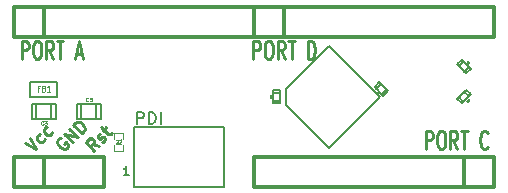
<source format=gto>
G04 (created by PCBNEW (2013-june-11)-stable) date Sun 26 Jan 2014 09:58:45 PM PST*
%MOIN*%
G04 Gerber Fmt 3.4, Leading zero omitted, Abs format*
%FSLAX34Y34*%
G01*
G70*
G90*
G04 APERTURE LIST*
%ADD10C,0.00590551*%
%ADD11C,0.0075*%
%ADD12C,0.01*%
%ADD13C,0.005*%
%ADD14C,0.0028*%
%ADD15C,0.012*%
%ADD16C,0.006*%
%ADD17C,0.008*%
%ADD18C,0.0045*%
%ADD19C,0.0024*%
%ADD20C,0.0012*%
G04 APERTURE END LIST*
G54D10*
G54D11*
X97835Y-49121D02*
X97664Y-49121D01*
X97750Y-49121D02*
X97750Y-48821D01*
X97721Y-48864D01*
X97692Y-48892D01*
X97664Y-48907D01*
G54D12*
X96843Y-48135D02*
X96614Y-48095D01*
X96681Y-48297D02*
X96398Y-48014D01*
X96506Y-47906D01*
X96547Y-47893D01*
X96574Y-47893D01*
X96614Y-47906D01*
X96654Y-47946D01*
X96668Y-47987D01*
X96668Y-48014D01*
X96654Y-48054D01*
X96547Y-48162D01*
X96937Y-48014D02*
X96978Y-48000D01*
X97032Y-47946D01*
X97045Y-47906D01*
X97032Y-47866D01*
X97018Y-47852D01*
X96978Y-47839D01*
X96937Y-47852D01*
X96897Y-47893D01*
X96856Y-47906D01*
X96816Y-47893D01*
X96803Y-47879D01*
X96789Y-47839D01*
X96803Y-47798D01*
X96843Y-47758D01*
X96883Y-47744D01*
X96964Y-47637D02*
X97072Y-47529D01*
X96910Y-47502D02*
X97153Y-47744D01*
X97193Y-47758D01*
X97234Y-47744D01*
X97260Y-47717D01*
X95560Y-47879D02*
X95520Y-47893D01*
X95479Y-47933D01*
X95452Y-47987D01*
X95452Y-48041D01*
X95466Y-48081D01*
X95506Y-48148D01*
X95547Y-48189D01*
X95614Y-48229D01*
X95654Y-48243D01*
X95708Y-48243D01*
X95762Y-48216D01*
X95789Y-48189D01*
X95816Y-48135D01*
X95816Y-48108D01*
X95722Y-48014D01*
X95668Y-48068D01*
X95964Y-48014D02*
X95681Y-47731D01*
X96126Y-47852D01*
X95843Y-47569D01*
X96260Y-47717D02*
X95978Y-47435D01*
X96045Y-47367D01*
X96099Y-47340D01*
X96153Y-47340D01*
X96193Y-47354D01*
X96260Y-47394D01*
X96301Y-47435D01*
X96341Y-47502D01*
X96355Y-47542D01*
X96355Y-47596D01*
X96328Y-47650D01*
X96260Y-47717D01*
X94358Y-48054D02*
X94735Y-48243D01*
X94547Y-47866D01*
X95032Y-47920D02*
X95018Y-47960D01*
X94964Y-48014D01*
X94924Y-48027D01*
X94897Y-48027D01*
X94856Y-48014D01*
X94776Y-47933D01*
X94762Y-47893D01*
X94762Y-47866D01*
X94776Y-47825D01*
X94829Y-47771D01*
X94870Y-47758D01*
X95274Y-47677D02*
X95260Y-47717D01*
X95207Y-47771D01*
X95166Y-47785D01*
X95139Y-47785D01*
X95099Y-47771D01*
X95018Y-47691D01*
X95005Y-47650D01*
X95005Y-47623D01*
X95018Y-47583D01*
X95072Y-47529D01*
X95112Y-47515D01*
G54D13*
X94550Y-46000D02*
X95450Y-46000D01*
X95450Y-46000D02*
X95450Y-46500D01*
X95450Y-46500D02*
X94550Y-46500D01*
X94550Y-46500D02*
X94550Y-46000D01*
G54D14*
X97350Y-48100D02*
X97350Y-48300D01*
X97350Y-48300D02*
X97650Y-48300D01*
X97650Y-48300D02*
X97650Y-48100D01*
X97350Y-47900D02*
X97350Y-47700D01*
X97350Y-47700D02*
X97650Y-47700D01*
X97650Y-47700D02*
X97650Y-47900D01*
G54D15*
X110000Y-49500D02*
X102000Y-49500D01*
X102000Y-49500D02*
X102000Y-48500D01*
X102000Y-48500D02*
X110000Y-48500D01*
X110000Y-48500D02*
X110000Y-49500D01*
X109000Y-48500D02*
X109000Y-49500D01*
X94000Y-43500D02*
X102000Y-43500D01*
X102000Y-43500D02*
X102000Y-44500D01*
X102000Y-44500D02*
X94000Y-44500D01*
X94000Y-44500D02*
X94000Y-43500D01*
X95000Y-44500D02*
X95000Y-43500D01*
X102000Y-43500D02*
X110000Y-43500D01*
X110000Y-43500D02*
X110000Y-44500D01*
X110000Y-44500D02*
X102000Y-44500D01*
X102000Y-44500D02*
X102000Y-43500D01*
X103000Y-44500D02*
X103000Y-43500D01*
X94000Y-49500D02*
X94000Y-48500D01*
X94000Y-48500D02*
X97000Y-48500D01*
X97000Y-48500D02*
X97000Y-49500D01*
X97000Y-49500D02*
X94000Y-49500D01*
X95000Y-48500D02*
X95000Y-49500D01*
G54D16*
X103068Y-46234D02*
X104234Y-45068D01*
X104234Y-45068D02*
X104500Y-44802D01*
X104500Y-44802D02*
X106197Y-46500D01*
X106197Y-46500D02*
X104500Y-48197D01*
X104500Y-48197D02*
X103068Y-46765D01*
X103068Y-46765D02*
X103068Y-46234D01*
G54D17*
X101000Y-49500D02*
X98000Y-49500D01*
X98000Y-47500D02*
X101000Y-47500D01*
X101000Y-47500D02*
X101000Y-49500D01*
X98000Y-49500D02*
X98000Y-47500D01*
G54D13*
X94750Y-47250D02*
X94750Y-46750D01*
X95250Y-47250D02*
X95250Y-46760D01*
X95400Y-47250D02*
X94600Y-47250D01*
X94600Y-47250D02*
X94600Y-46750D01*
X94600Y-46750D02*
X95400Y-46750D01*
X95400Y-46750D02*
X95400Y-47250D01*
X96750Y-46750D02*
X96750Y-47250D01*
X96250Y-46750D02*
X96250Y-47240D01*
X96100Y-46750D02*
X96900Y-46750D01*
X96900Y-46750D02*
X96900Y-47250D01*
X96900Y-47250D02*
X96100Y-47250D01*
X96100Y-47250D02*
X96100Y-46750D01*
X109169Y-45514D02*
X109014Y-45669D01*
X108985Y-45330D02*
X108830Y-45485D01*
X108929Y-45273D02*
X108773Y-45429D01*
X108773Y-45429D02*
X109070Y-45726D01*
X109070Y-45726D02*
X109226Y-45570D01*
X109226Y-45570D02*
X108929Y-45273D01*
X108985Y-46669D02*
X108830Y-46514D01*
X109169Y-46485D02*
X109014Y-46330D01*
X109226Y-46429D02*
X109070Y-46273D01*
X109070Y-46273D02*
X108773Y-46570D01*
X108773Y-46570D02*
X108929Y-46726D01*
X108929Y-46726D02*
X109226Y-46429D01*
X106080Y-46235D02*
X106235Y-46080D01*
X106264Y-46419D02*
X106419Y-46264D01*
X106320Y-46476D02*
X106476Y-46320D01*
X106476Y-46320D02*
X106179Y-46023D01*
X106179Y-46023D02*
X106023Y-46179D01*
X106023Y-46179D02*
X106320Y-46476D01*
X102640Y-46370D02*
X102860Y-46370D01*
X102640Y-46630D02*
X102860Y-46630D01*
X102640Y-46710D02*
X102860Y-46710D01*
X102860Y-46710D02*
X102860Y-46290D01*
X102860Y-46290D02*
X102640Y-46290D01*
X102640Y-46290D02*
X102640Y-46710D01*
G54D18*
X94850Y-46226D02*
X94790Y-46226D01*
X94790Y-46330D02*
X94790Y-46130D01*
X94875Y-46130D01*
X95004Y-46226D02*
X95030Y-46235D01*
X95038Y-46245D01*
X95047Y-46264D01*
X95047Y-46292D01*
X95038Y-46311D01*
X95030Y-46321D01*
X95012Y-46330D01*
X94944Y-46330D01*
X94944Y-46130D01*
X95004Y-46130D01*
X95021Y-46140D01*
X95030Y-46150D01*
X95038Y-46169D01*
X95038Y-46188D01*
X95030Y-46207D01*
X95021Y-46216D01*
X95004Y-46226D01*
X94944Y-46226D01*
X95218Y-46330D02*
X95115Y-46330D01*
X95167Y-46330D02*
X95167Y-46130D01*
X95150Y-46159D01*
X95132Y-46178D01*
X95115Y-46188D01*
G54D14*
X97555Y-48020D02*
X97490Y-48060D01*
X97555Y-48088D02*
X97417Y-48088D01*
X97417Y-48042D01*
X97424Y-48031D01*
X97431Y-48025D01*
X97444Y-48020D01*
X97463Y-48020D01*
X97477Y-48025D01*
X97483Y-48031D01*
X97490Y-48042D01*
X97490Y-48088D01*
X97555Y-47905D02*
X97555Y-47974D01*
X97555Y-47940D02*
X97417Y-47940D01*
X97437Y-47951D01*
X97450Y-47962D01*
X97457Y-47974D01*
G54D12*
X107730Y-48242D02*
X107730Y-47642D01*
X107883Y-47642D01*
X107921Y-47671D01*
X107940Y-47700D01*
X107959Y-47757D01*
X107959Y-47842D01*
X107940Y-47900D01*
X107921Y-47928D01*
X107883Y-47957D01*
X107730Y-47957D01*
X108207Y-47642D02*
X108283Y-47642D01*
X108321Y-47671D01*
X108359Y-47728D01*
X108378Y-47842D01*
X108378Y-48042D01*
X108359Y-48157D01*
X108321Y-48214D01*
X108283Y-48242D01*
X108207Y-48242D01*
X108169Y-48214D01*
X108130Y-48157D01*
X108111Y-48042D01*
X108111Y-47842D01*
X108130Y-47728D01*
X108169Y-47671D01*
X108207Y-47642D01*
X108778Y-48242D02*
X108645Y-47957D01*
X108550Y-48242D02*
X108550Y-47642D01*
X108702Y-47642D01*
X108740Y-47671D01*
X108759Y-47700D01*
X108778Y-47757D01*
X108778Y-47842D01*
X108759Y-47900D01*
X108740Y-47928D01*
X108702Y-47957D01*
X108550Y-47957D01*
X108892Y-47642D02*
X109121Y-47642D01*
X109007Y-48242D02*
X109007Y-47642D01*
X109788Y-48185D02*
X109769Y-48214D01*
X109711Y-48242D01*
X109673Y-48242D01*
X109616Y-48214D01*
X109578Y-48157D01*
X109559Y-48100D01*
X109540Y-47985D01*
X109540Y-47900D01*
X109559Y-47785D01*
X109578Y-47728D01*
X109616Y-47671D01*
X109673Y-47642D01*
X109711Y-47642D01*
X109769Y-47671D01*
X109788Y-47700D01*
G54D15*
G54D12*
X94259Y-45242D02*
X94259Y-44642D01*
X94411Y-44642D01*
X94450Y-44671D01*
X94469Y-44700D01*
X94488Y-44757D01*
X94488Y-44842D01*
X94469Y-44900D01*
X94450Y-44928D01*
X94411Y-44957D01*
X94259Y-44957D01*
X94735Y-44642D02*
X94811Y-44642D01*
X94850Y-44671D01*
X94888Y-44728D01*
X94907Y-44842D01*
X94907Y-45042D01*
X94888Y-45157D01*
X94850Y-45214D01*
X94811Y-45242D01*
X94735Y-45242D01*
X94697Y-45214D01*
X94659Y-45157D01*
X94640Y-45042D01*
X94640Y-44842D01*
X94659Y-44728D01*
X94697Y-44671D01*
X94735Y-44642D01*
X95307Y-45242D02*
X95173Y-44957D01*
X95078Y-45242D02*
X95078Y-44642D01*
X95230Y-44642D01*
X95269Y-44671D01*
X95288Y-44700D01*
X95307Y-44757D01*
X95307Y-44842D01*
X95288Y-44900D01*
X95269Y-44928D01*
X95230Y-44957D01*
X95078Y-44957D01*
X95421Y-44642D02*
X95650Y-44642D01*
X95535Y-45242D02*
X95535Y-44642D01*
X96069Y-45071D02*
X96259Y-45071D01*
X96030Y-45242D02*
X96164Y-44642D01*
X96297Y-45242D01*
G54D15*
G54D12*
X101980Y-45242D02*
X101980Y-44642D01*
X102133Y-44642D01*
X102171Y-44671D01*
X102190Y-44700D01*
X102209Y-44757D01*
X102209Y-44842D01*
X102190Y-44900D01*
X102171Y-44928D01*
X102133Y-44957D01*
X101980Y-44957D01*
X102457Y-44642D02*
X102533Y-44642D01*
X102571Y-44671D01*
X102609Y-44728D01*
X102628Y-44842D01*
X102628Y-45042D01*
X102609Y-45157D01*
X102571Y-45214D01*
X102533Y-45242D01*
X102457Y-45242D01*
X102419Y-45214D01*
X102380Y-45157D01*
X102361Y-45042D01*
X102361Y-44842D01*
X102380Y-44728D01*
X102419Y-44671D01*
X102457Y-44642D01*
X103028Y-45242D02*
X102895Y-44957D01*
X102800Y-45242D02*
X102800Y-44642D01*
X102952Y-44642D01*
X102990Y-44671D01*
X103009Y-44700D01*
X103028Y-44757D01*
X103028Y-44842D01*
X103009Y-44900D01*
X102990Y-44928D01*
X102952Y-44957D01*
X102800Y-44957D01*
X103142Y-44642D02*
X103371Y-44642D01*
X103257Y-45242D02*
X103257Y-44642D01*
X103809Y-45242D02*
X103809Y-44642D01*
X103904Y-44642D01*
X103961Y-44671D01*
X104000Y-44728D01*
X104019Y-44785D01*
X104038Y-44900D01*
X104038Y-44985D01*
X104019Y-45100D01*
X104000Y-45157D01*
X103961Y-45214D01*
X103904Y-45242D01*
X103809Y-45242D01*
G54D15*
G54D17*
X98100Y-47411D02*
X98100Y-47011D01*
X98252Y-47011D01*
X98290Y-47030D01*
X98309Y-47050D01*
X98328Y-47088D01*
X98328Y-47145D01*
X98309Y-47183D01*
X98290Y-47202D01*
X98252Y-47221D01*
X98100Y-47221D01*
X98500Y-47411D02*
X98500Y-47011D01*
X98595Y-47011D01*
X98652Y-47030D01*
X98690Y-47069D01*
X98709Y-47107D01*
X98728Y-47183D01*
X98728Y-47240D01*
X98709Y-47316D01*
X98690Y-47354D01*
X98652Y-47392D01*
X98595Y-47411D01*
X98500Y-47411D01*
X98900Y-47411D02*
X98900Y-47011D01*
G54D19*
X94980Y-47426D02*
X94974Y-47432D01*
X94957Y-47437D01*
X94946Y-47437D01*
X94929Y-47432D01*
X94918Y-47420D01*
X94912Y-47409D01*
X94907Y-47387D01*
X94907Y-47370D01*
X94912Y-47347D01*
X94918Y-47336D01*
X94929Y-47325D01*
X94946Y-47319D01*
X94957Y-47319D01*
X94974Y-47325D01*
X94980Y-47331D01*
X95019Y-47319D02*
X95092Y-47319D01*
X95053Y-47364D01*
X95070Y-47364D01*
X95081Y-47370D01*
X95087Y-47375D01*
X95092Y-47387D01*
X95092Y-47415D01*
X95087Y-47426D01*
X95081Y-47432D01*
X95070Y-47437D01*
X95036Y-47437D01*
X95025Y-47432D01*
X95019Y-47426D01*
X96480Y-46646D02*
X96474Y-46652D01*
X96457Y-46657D01*
X96446Y-46657D01*
X96429Y-46652D01*
X96418Y-46640D01*
X96412Y-46629D01*
X96407Y-46607D01*
X96407Y-46590D01*
X96412Y-46567D01*
X96418Y-46556D01*
X96429Y-46545D01*
X96446Y-46539D01*
X96457Y-46539D01*
X96474Y-46545D01*
X96480Y-46551D01*
X96587Y-46539D02*
X96530Y-46539D01*
X96525Y-46595D01*
X96530Y-46590D01*
X96542Y-46584D01*
X96570Y-46584D01*
X96581Y-46590D01*
X96587Y-46595D01*
X96592Y-46607D01*
X96592Y-46635D01*
X96587Y-46646D01*
X96581Y-46652D01*
X96570Y-46657D01*
X96542Y-46657D01*
X96530Y-46652D01*
X96525Y-46646D01*
G54D20*
X109114Y-45371D02*
X109110Y-45371D01*
X109102Y-45367D01*
X109097Y-45363D01*
X109093Y-45355D01*
X109093Y-45347D01*
X109095Y-45341D01*
X109102Y-45331D01*
X109108Y-45325D01*
X109118Y-45319D01*
X109124Y-45317D01*
X109132Y-45317D01*
X109140Y-45321D01*
X109144Y-45325D01*
X109148Y-45333D01*
X109148Y-45337D01*
X109150Y-45416D02*
X109126Y-45391D01*
X109138Y-45404D02*
X109180Y-45361D01*
X109170Y-45363D01*
X109162Y-45363D01*
X109156Y-45361D01*
X109140Y-46654D02*
X109140Y-46658D01*
X109136Y-46666D01*
X109132Y-46670D01*
X109124Y-46674D01*
X109116Y-46674D01*
X109110Y-46672D01*
X109100Y-46666D01*
X109093Y-46660D01*
X109087Y-46650D01*
X109085Y-46644D01*
X109085Y-46636D01*
X109089Y-46628D01*
X109093Y-46624D01*
X109102Y-46620D01*
X109106Y-46620D01*
X109122Y-46604D02*
X109122Y-46600D01*
X109124Y-46593D01*
X109134Y-46583D01*
X109140Y-46581D01*
X109144Y-46581D01*
X109150Y-46583D01*
X109154Y-46587D01*
X109158Y-46595D01*
X109158Y-46644D01*
X109184Y-46618D01*
X106095Y-46390D02*
X106091Y-46390D01*
X106083Y-46386D01*
X106079Y-46382D01*
X106075Y-46374D01*
X106075Y-46366D01*
X106077Y-46360D01*
X106083Y-46350D01*
X106089Y-46343D01*
X106099Y-46337D01*
X106105Y-46335D01*
X106113Y-46335D01*
X106121Y-46339D01*
X106125Y-46343D01*
X106129Y-46352D01*
X106129Y-46356D01*
X106156Y-46402D02*
X106127Y-46430D01*
X106162Y-46376D02*
X106121Y-46396D01*
X106147Y-46422D01*
X102578Y-46510D02*
X102581Y-46512D01*
X102584Y-46521D01*
X102584Y-46527D01*
X102581Y-46535D01*
X102575Y-46541D01*
X102570Y-46544D01*
X102558Y-46547D01*
X102550Y-46547D01*
X102538Y-46544D01*
X102532Y-46541D01*
X102527Y-46535D01*
X102524Y-46527D01*
X102524Y-46521D01*
X102527Y-46512D01*
X102530Y-46510D01*
X102524Y-46458D02*
X102524Y-46470D01*
X102527Y-46475D01*
X102530Y-46478D01*
X102538Y-46484D01*
X102550Y-46487D01*
X102572Y-46487D01*
X102578Y-46484D01*
X102581Y-46481D01*
X102584Y-46475D01*
X102584Y-46464D01*
X102581Y-46458D01*
X102578Y-46455D01*
X102572Y-46452D01*
X102558Y-46452D01*
X102552Y-46455D01*
X102550Y-46458D01*
X102547Y-46464D01*
X102547Y-46475D01*
X102550Y-46481D01*
X102552Y-46484D01*
X102558Y-46487D01*
M02*

</source>
